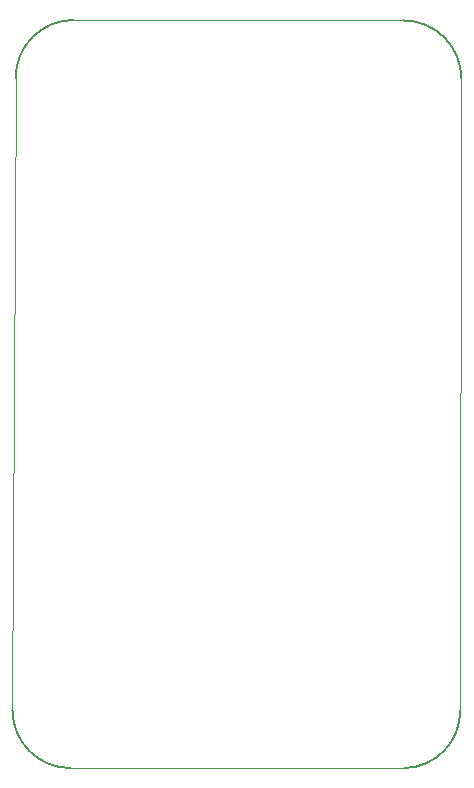
<source format=gbr>
%TF.GenerationSoftware,KiCad,Pcbnew,7.0.7*%
%TF.CreationDate,2023-10-16T17:55:04+02:00*%
%TF.ProjectId,arduino-nano-radio-receiver,61726475-696e-46f2-9d6e-616e6f2d7261,0*%
%TF.SameCoordinates,Original*%
%TF.FileFunction,Profile,NP*%
%FSLAX46Y46*%
G04 Gerber Fmt 4.6, Leading zero omitted, Abs format (unit mm)*
G04 Created by KiCad (PCBNEW 7.0.7) date 2023-10-16 17:55:04*
%MOMM*%
%LPD*%
G01*
G04 APERTURE LIST*
%TA.AperFunction,Profile*%
%ADD10C,0.100000*%
%TD*%
%TA.AperFunction,Profile*%
%ADD11C,0.200000*%
%TD*%
G04 APERTURE END LIST*
D10*
X79200000Y-89500000D02*
X79464823Y-35964823D01*
D11*
X84364823Y-31064823D02*
G75*
G03*
X79464823Y-35964823I-3J-4899997D01*
G01*
D10*
X84364823Y-31064823D02*
X112300000Y-31099745D01*
X84100000Y-94400000D02*
X112400000Y-94399999D01*
X117200000Y-36050000D02*
X117100081Y-89503998D01*
D11*
X117200000Y-36050000D02*
G75*
G03*
X112300000Y-31099745I-4900000J50000D01*
G01*
X79200000Y-89500000D02*
G75*
G03*
X84100000Y-94400000I4900000J0D01*
G01*
X112400000Y-94399998D02*
G75*
G03*
X117100080Y-89503998I-100000J4799998D01*
G01*
M02*

</source>
